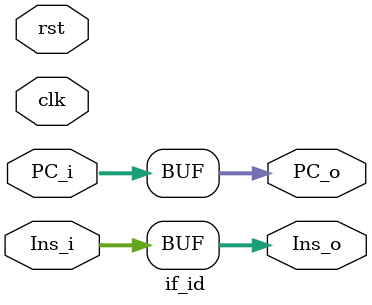
<source format=v>
`timescale 1ns / 1ps

//IF_ID流水部件
module if_id(
    input       clk, rst,
    input       [31:0] Ins_i, PC_i,
    output /*reg*/  [31:0] Ins_o, PC_o
    );
    //A,B,PC,IMM
    assign Ins_o    = Ins_i;
    assign PC_o     = PC_i;          //用于NPC决定下一条指令位置
    //assign Ext_o    = Ext_i;
    //assign Imm_o    = Imm_i;            //用于1.ALU操作数2.写回3.NPC

endmodule
/*    always @(posedge clk) begin
        if (rst) begin
            //WB，在访存结束之后，写回寄存器需要的控制信号
            MemToReg_o <= 0;    //决定写回数据的来源，是ALU还是Mem
            jal_o <= 0;         //决定写回数据的来源，是上面的结果还是PC+1
            lui_o <= 0;         //决定写回数据的来源，是否是LUI式的拓展
            Regwrite_o <= 0;    //决定是否写回
            RegDst_o <= 0;      //决定写回到哪个寄存器
            //Mem，ALU计算之后，写入存储器之前需要的控制信号
            Memwrite_o <= 0;    //决定是否存进ram
            lb_o <= 0;          //决定mem的load方式
            //EX，ALU需要的信号
            ALUOP_o <=0;        //ALU的运算符，源于IS的指令
            ALUsrc_o <= 0;      //决定ALU的B，是寄存器还是Imm
            jr_o <= 0;          //NPC中决定跳转
            j_o <= 0;           //同上
            bne_o <= 0;         //同上
            beq_o <= 0;         //同上
            blez_o <= 0;        //同上   
            //A,B,PC,IMM
            A_o <= 0;           //用于ALU的操作数
            B_o <= 0;           //用于ALU的操作数
            PC_o <= 0;          //用于NPC决定下一条指令位置
            Imm <= 0            //用于1.ALU操作数2.写回3.NPC
        end
        else if () begin
            
        end
    end*/
</source>
